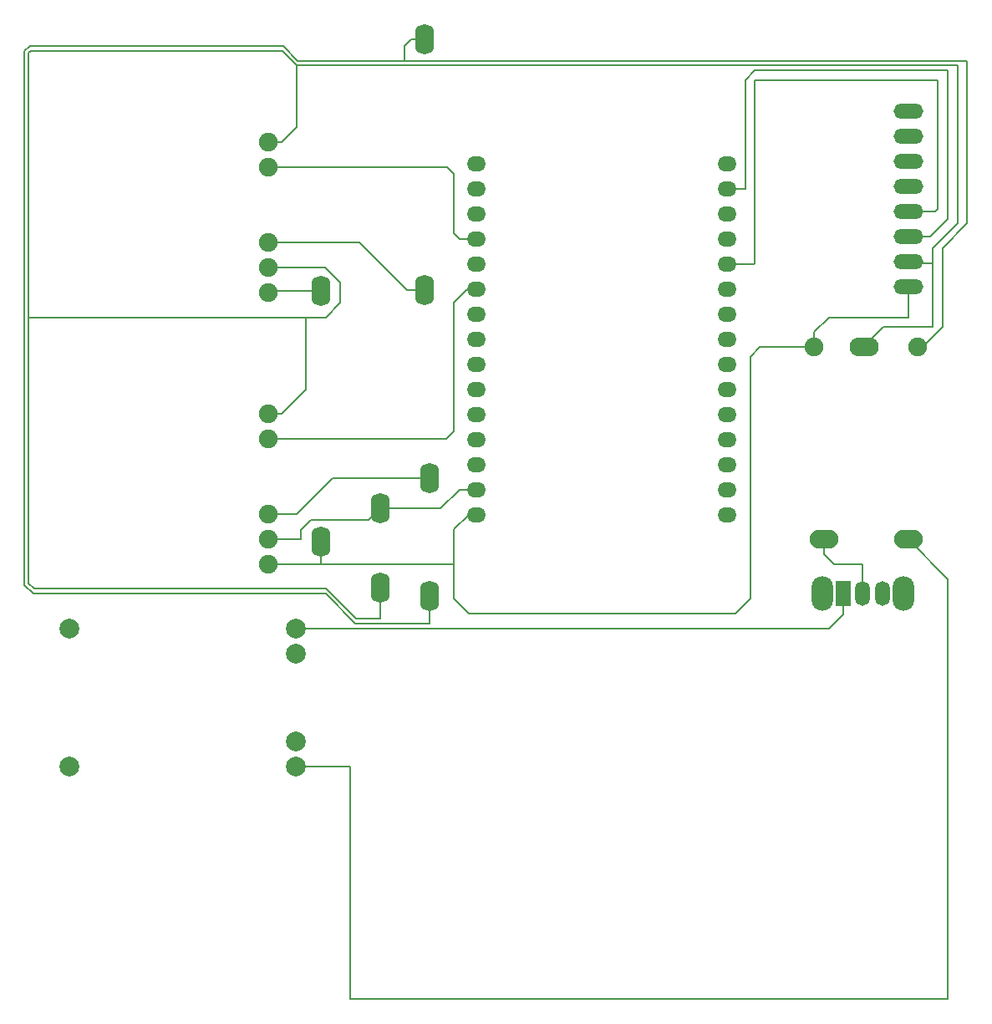
<source format=gbr>
%TF.GenerationSoftware,KiCad,Pcbnew,9.0.1*%
%TF.CreationDate,2025-05-14T15:59:23+08:00*%
%TF.ProjectId,emgPCB,656d6750-4342-42e6-9b69-6361645f7063,rev?*%
%TF.SameCoordinates,Original*%
%TF.FileFunction,Copper,L1,Top*%
%TF.FilePolarity,Positive*%
%FSLAX46Y46*%
G04 Gerber Fmt 4.6, Leading zero omitted, Abs format (unit mm)*
G04 Created by KiCad (PCBNEW 9.0.1) date 2025-05-14 15:59:23*
%MOMM*%
%LPD*%
G01*
G04 APERTURE LIST*
G04 Aperture macros list*
%AMRoundRect*
0 Rectangle with rounded corners*
0 $1 Rounding radius*
0 $2 $3 $4 $5 $6 $7 $8 $9 X,Y pos of 4 corners*
0 Add a 4 corners polygon primitive as box body*
4,1,4,$2,$3,$4,$5,$6,$7,$8,$9,$2,$3,0*
0 Add four circle primitives for the rounded corners*
1,1,$1+$1,$2,$3*
1,1,$1+$1,$4,$5*
1,1,$1+$1,$6,$7*
1,1,$1+$1,$8,$9*
0 Add four rect primitives between the rounded corners*
20,1,$1+$1,$2,$3,$4,$5,0*
20,1,$1+$1,$4,$5,$6,$7,0*
20,1,$1+$1,$6,$7,$8,$9,0*
20,1,$1+$1,$8,$9,$2,$3,0*%
G04 Aperture macros list end*
%TA.AperFunction,ComponentPad*%
%ADD10RoundRect,0.799900X0.150100X-0.700100X0.150100X0.700100X-0.150100X0.700100X-0.150100X-0.700100X0*%
%TD*%
%TA.AperFunction,ComponentPad*%
%ADD11RoundRect,0.799900X-0.150100X0.700100X-0.150100X-0.700100X0.150100X-0.700100X0.150100X0.700100X0*%
%TD*%
%TA.AperFunction,ComponentPad*%
%ADD12O,1.900000X1.524000*%
%TD*%
%TA.AperFunction,ComponentPad*%
%ADD13O,2.200000X3.500000*%
%TD*%
%TA.AperFunction,ComponentPad*%
%ADD14R,1.500000X2.500000*%
%TD*%
%TA.AperFunction,ComponentPad*%
%ADD15O,1.500000X2.500000*%
%TD*%
%TA.AperFunction,ComponentPad*%
%ADD16O,2.905000X1.905000*%
%TD*%
%TA.AperFunction,ComponentPad*%
%ADD17C,1.905000*%
%TD*%
%TA.AperFunction,ComponentPad*%
%ADD18O,2.952500X1.905000*%
%TD*%
%TA.AperFunction,ComponentPad*%
%ADD19C,2.000000*%
%TD*%
%TA.AperFunction,ComponentPad*%
%ADD20O,3.000000X1.500000*%
%TD*%
%TA.AperFunction,Conductor*%
%ADD21C,0.200000*%
%TD*%
G04 APERTURE END LIST*
D10*
%TO.P,R4,2*%
%TO.N,Net-(BC1-VOUT-)*%
X140000000Y-50300000D03*
%TO.P,R4,1*%
%TO.N,Net-(EMG_v2--Vs)*%
X140000000Y-75700000D03*
%TD*%
D11*
%TO.P,R3,1*%
%TO.N,Net-(EMG_v2-+Vs)*%
X129500000Y-75800000D03*
%TO.P,R3,2*%
%TO.N,Net-(BC1-VOUT+)*%
X129500000Y-101200000D03*
%TD*%
%TO.P,R1,1*%
%TO.N,Net-(EMG_v1--Vs)*%
X140500000Y-94785000D03*
%TO.P,R1,2*%
%TO.N,Net-(BC1-VOUT-)*%
X140500000Y-106723000D03*
%TD*%
D10*
%TO.P,R2,1*%
%TO.N,Net-(BC1-GND)*%
X135519500Y-105853000D03*
%TO.P,R2,2*%
%TO.N,Net-(EMG_v1-GND-Pad1)*%
X135519500Y-97853000D03*
%TD*%
D12*
%TO.P,U1,1,VIN*%
%TO.N,Net-(BC1-VOUT+)*%
X145252460Y-98500000D03*
%TO.P,U1,16,3.3v*%
%TO.N,unconnected-(U1-3.3v-Pad16)*%
X170652460Y-98500000D03*
%TO.P,U1,2,GND*%
%TO.N,Net-(EMG_v1-GND-Pad1)*%
X145252460Y-95960000D03*
%TO.P,U1,17,GND*%
%TO.N,unconnected-(U1-GND-Pad17)*%
X170652460Y-95960000D03*
%TO.P,U1,3,GPIO13*%
%TO.N,unconnected-(U1-GPIO13-Pad3)*%
X145252460Y-93420000D03*
%TO.P,U1,18,GPIO15*%
%TO.N,unconnected-(U1-GPIO15-Pad18)*%
X170652460Y-93420000D03*
%TO.P,U1,4,GPIO12*%
%TO.N,unconnected-(U1-GPIO12-Pad4)*%
X145252460Y-90880000D03*
%TO.P,U1,19,GPIO2*%
%TO.N,unconnected-(U1-GPIO2-Pad19)*%
X170652460Y-90880000D03*
%TO.P,U1,5,GPIO14*%
%TO.N,unconnected-(U1-GPIO14-Pad5)*%
X145252460Y-88340000D03*
%TO.P,U1,20,GPIO4*%
%TO.N,unconnected-(U1-GPIO4-Pad20)*%
X170652460Y-88340000D03*
%TO.P,U1,6,GPIO27*%
%TO.N,unconnected-(U1-GPIO27-Pad6)*%
X145252460Y-85800000D03*
%TO.P,U1,21,GPIO16*%
%TO.N,unconnected-(U1-GPIO16-Pad21)*%
X170652460Y-85800000D03*
%TO.P,U1,7,GPIO26*%
%TO.N,unconnected-(U1-GPIO26-Pad7)*%
X145252460Y-83260000D03*
%TO.P,U1,22,GPIO17*%
%TO.N,unconnected-(U1-GPIO17-Pad22)*%
X170652460Y-83260000D03*
%TO.P,U1,8,GPIO25*%
%TO.N,unconnected-(U1-GPIO25-Pad8)*%
X145252460Y-80720000D03*
%TO.P,U1,23,GPIO5*%
%TO.N,unconnected-(U1-GPIO5-Pad23)*%
X170652460Y-80720000D03*
%TO.P,U1,9,GPIO33*%
%TO.N,unconnected-(U1-GPIO33-Pad9)*%
X145252460Y-78180000D03*
%TO.P,U1,24,GPIO18*%
%TO.N,unconnected-(U1-GPIO18-Pad24)*%
X170652460Y-78180000D03*
%TO.P,U1,10,GPIO32*%
%TO.N,Net-(EMG_v1-SIG)*%
X145252460Y-75640000D03*
%TO.P,U1,25,GPIO19*%
%TO.N,unconnected-(U1-GPIO19-Pad25)*%
X170652460Y-75640000D03*
%TO.P,U1,11,GPIO35*%
%TO.N,unconnected-(U1-GPIO35-Pad11)*%
X145252460Y-73100000D03*
%TO.P,U1,26,GPIO21*%
%TO.N,Net-(U1-GPIO21)*%
X170652460Y-73100000D03*
%TO.P,U1,12,GPIO34*%
%TO.N,Net-(EMG_v2-SIG)*%
X145252460Y-70560000D03*
%TO.P,U1,27,GPIO3*%
%TO.N,unconnected-(U1-GPIO3-Pad27)*%
X170652460Y-70560000D03*
%TO.P,U1,13,GPIO39*%
%TO.N,unconnected-(U1-GPIO39-Pad13)*%
X145252460Y-68020000D03*
%TO.P,U1,28,GPIO1*%
%TO.N,unconnected-(U1-GPIO1-Pad28)*%
X170652460Y-68020000D03*
%TO.P,U1,14,GPIO36*%
%TO.N,unconnected-(U1-GPIO36-Pad14)*%
X145252460Y-65480000D03*
%TO.P,U1,29,GPIO22*%
%TO.N,Net-(U1-GPIO22)*%
X170652460Y-65480000D03*
%TO.P,U1,15,EN*%
%TO.N,unconnected-(U1-EN-Pad15)*%
X145252460Y-62940000D03*
%TO.P,U1,30,GPIO23*%
%TO.N,unconnected-(U1-GPIO23-Pad30)*%
X170652460Y-62940000D03*
%TD*%
D13*
%TO.P,SW1,*%
%TO.N,*%
X180300000Y-106500000D03*
X188500000Y-106500000D03*
D14*
%TO.P,SW1,1,A*%
%TO.N,Net-(SW1A-A)*%
X182400000Y-106500000D03*
D15*
%TO.P,SW1,2,B*%
%TO.N,Net-(BC1-VIN+)*%
X184400000Y-106500000D03*
%TO.P,SW1,3*%
%TO.N,N/C*%
X186400000Y-106500000D03*
%TD*%
D16*
%TO.P,BC1,1,VIN+*%
%TO.N,Net-(BC1-VIN+)*%
X180500000Y-101000000D03*
%TO.P,BC1,2,VIN-*%
%TO.N,Net-(BC1-VIN-)*%
X189000000Y-101000000D03*
D17*
%TO.P,BC1,3,VOUT+*%
%TO.N,Net-(BC1-VOUT+)*%
X179500000Y-81500000D03*
%TO.P,BC1,4,VOUT-*%
%TO.N,Net-(BC1-VOUT-)*%
X190000000Y-81500000D03*
D18*
%TO.P,BC1,5,GND*%
%TO.N,Net-(BC1-GND)*%
X184523750Y-81500000D03*
%TD*%
D17*
%TO.P,EMG_v2,1,GND*%
%TO.N,Net-(EMG_v1-GND-Pad1)*%
X124200500Y-60759800D03*
%TO.P,EMG_v2,2,SIG*%
%TO.N,Net-(EMG_v2-SIG)*%
X124200500Y-63299800D03*
%TO.P,EMG_v2,3,-Vs*%
%TO.N,Net-(EMG_v2--Vs)*%
X124200500Y-70919800D03*
%TO.P,EMG_v2,4,GND*%
%TO.N,Net-(EMG_v1-GND-Pad1)*%
X124200500Y-73459800D03*
%TO.P,EMG_v2,5,+Vs*%
%TO.N,Net-(EMG_v2-+Vs)*%
X124200500Y-75999800D03*
%TD*%
%TO.P,EMG_v1,1,GND*%
%TO.N,Net-(EMG_v1-GND-Pad1)*%
X124200500Y-88259800D03*
%TO.P,EMG_v1,2,SIG*%
%TO.N,Net-(EMG_v1-SIG)*%
X124200500Y-90799800D03*
%TO.P,EMG_v1,3,-Vs*%
%TO.N,Net-(EMG_v1--Vs)*%
X124200500Y-98419800D03*
%TO.P,EMG_v1,4,GND*%
%TO.N,Net-(EMG_v1-GND-Pad1)*%
X124200500Y-100959800D03*
%TO.P,EMG_v1,5,+Vs*%
%TO.N,Net-(BC1-VOUT+)*%
X124200500Y-103499800D03*
%TD*%
D19*
%TO.P,TP4056_1,4,BAT-*%
%TO.N,Net-(BT1--)*%
X127000000Y-121460000D03*
%TO.P,TP4056_1,3,BAT+*%
%TO.N,Net-(BT1-+)*%
X127000000Y-112540000D03*
%TO.P,TP4056_1,6,OUT-*%
%TO.N,Net-(BC1-VIN-)*%
X127000000Y-124000000D03*
%TO.P,TP4056_1,5,OUT+*%
%TO.N,Net-(SW1A-A)*%
X127000000Y-110000000D03*
%TO.P,TP4056_1,2,IN-*%
%TO.N,unconnected-(TP4056_1-IN--Pad2)*%
X104000000Y-124000000D03*
%TO.P,TP4056_1,1,IN+*%
%TO.N,unconnected-(TP4056_1-IN+-Pad1)*%
X104000000Y-110000000D03*
%TD*%
D20*
%TO.P,ACC1,AD0,AD0*%
%TO.N,unconnected-(ACC1-PadAD0)*%
X189000000Y-60127400D03*
%TO.P,ACC1,GND,GND*%
%TO.N,Net-(BC1-GND)*%
X189000000Y-72827400D03*
%TO.P,ACC1,INT,INT*%
%TO.N,unconnected-(ACC1-PadINT)*%
X189000000Y-57587400D03*
%TO.P,ACC1,SCL,SCL*%
%TO.N,Net-(U1-GPIO22)*%
X189000000Y-70287400D03*
%TO.P,ACC1,SDA,SDA*%
%TO.N,Net-(U1-GPIO21)*%
X189000000Y-67747400D03*
%TO.P,ACC1,VCC,VCC*%
%TO.N,Net-(BC1-VOUT+)*%
X189000000Y-75367400D03*
%TO.P,ACC1,XCL,XCL*%
%TO.N,unconnected-(ACC1-PadXCL)*%
X189000000Y-62667400D03*
%TO.P,ACC1,XDA,XDA*%
%TO.N,unconnected-(ACC1-PadXDA)*%
X189000000Y-65207400D03*
%TD*%
D21*
%TO.N,Net-(EMG_v1-GND-Pad1)*%
X127000000Y-101000000D02*
X126959800Y-100959800D01*
X126959800Y-100959800D02*
X124200500Y-100959800D01*
X127500000Y-101000000D02*
X127000000Y-101000000D01*
X128500000Y-99000000D02*
X127500000Y-100000000D01*
X134372500Y-99000000D02*
X128500000Y-99000000D01*
X127500000Y-100000000D02*
X127500000Y-101000000D01*
X135519500Y-97853000D02*
X134372500Y-99000000D01*
%TO.N,Net-(BC1-VOUT-)*%
X195000000Y-69000000D02*
X195000000Y-52500000D01*
X192500000Y-71500000D02*
X195000000Y-69000000D01*
X192500000Y-79500000D02*
X192500000Y-71500000D01*
X190500000Y-81500000D02*
X192500000Y-79500000D01*
X190000000Y-81500000D02*
X190500000Y-81500000D01*
X195000000Y-52500000D02*
X138000000Y-52500000D01*
%TO.N,Net-(BC1-VOUT+)*%
X174000000Y-81500000D02*
X179500000Y-81500000D01*
X179500000Y-80000000D02*
X179500000Y-81500000D01*
X181000000Y-78500000D02*
X179500000Y-80000000D01*
X189000000Y-78500000D02*
X181000000Y-78500000D01*
X189000000Y-75367400D02*
X189000000Y-78500000D01*
%TO.N,Net-(BC1-GND)*%
X186500000Y-79500000D02*
X184500000Y-81500000D01*
X191500000Y-79500000D02*
X186500000Y-79500000D01*
%TO.N,Net-(BC1-VIN+)*%
X180500000Y-102500000D02*
X180500000Y-101000000D01*
X181500000Y-103500000D02*
X180500000Y-102500000D01*
X184400000Y-103500000D02*
X181500000Y-103500000D01*
%TO.N,Net-(BC1-VIN-)*%
X193000000Y-147500000D02*
X193000000Y-105000000D01*
X132500000Y-124000000D02*
X132500000Y-147500000D01*
X132500000Y-147500000D02*
X193000000Y-147500000D01*
X126500000Y-124000000D02*
X132500000Y-124000000D01*
X193000000Y-105000000D02*
X189000000Y-101000000D01*
%TO.N,Net-(BC1-GND)*%
X135519500Y-108480500D02*
X135500000Y-108500000D01*
X135519500Y-105853000D02*
X135519500Y-108480500D01*
X133067100Y-109000000D02*
X130067100Y-106000000D01*
X135500000Y-109000000D02*
X133067100Y-109000000D01*
X130067100Y-106000000D02*
X100457664Y-106000000D01*
X135500000Y-108500000D02*
X135500000Y-109000000D01*
X100457664Y-106000000D02*
X99899500Y-105441836D01*
X99899500Y-105441836D02*
X99899500Y-78500000D01*
%TO.N,Net-(EMG_v1-GND-Pad1)*%
X143540000Y-95960000D02*
X145252460Y-95960000D01*
X141647000Y-97853000D02*
X143540000Y-95960000D01*
X135519500Y-97853000D02*
X141647000Y-97853000D01*
%TO.N,Net-(BC1-VOUT-)*%
X138000000Y-51000000D02*
X138000000Y-52500000D01*
X138000000Y-52500000D02*
X127167600Y-52500000D01*
X138700000Y-50300000D02*
X138000000Y-51000000D01*
X140000000Y-50300000D02*
X138700000Y-50300000D01*
%TO.N,Net-(BC1-GND)*%
X128000000Y-85807338D02*
X128000000Y-78500000D01*
X125547538Y-88259800D02*
X128000000Y-85807338D01*
X128000000Y-78500000D02*
X99899500Y-78500000D01*
X124200500Y-88259800D02*
X125547538Y-88259800D01*
X130000000Y-78500000D02*
X128000000Y-78500000D01*
X131500000Y-77000000D02*
X130000000Y-78500000D01*
X131500000Y-75000000D02*
X131500000Y-77000000D01*
X129959800Y-73459800D02*
X131500000Y-75000000D01*
X124200500Y-73459800D02*
X129959800Y-73459800D01*
%TO.N,Net-(EMG_v2--Vs)*%
X138200000Y-75700000D02*
X133419800Y-70919800D01*
X140000000Y-75700000D02*
X138200000Y-75700000D01*
X133419800Y-70919800D02*
X124200500Y-70919800D01*
%TO.N,Net-(EMG_v2-+Vs)*%
X124400300Y-75800000D02*
X124200500Y-75999800D01*
X129500000Y-75800000D02*
X124400300Y-75800000D01*
%TO.N,Net-(BC1-VOUT+)*%
X129500000Y-101200000D02*
X129500000Y-103499800D01*
X129500000Y-103499800D02*
X142999800Y-103499800D01*
%TO.N,Net-(BC1-VOUT-)*%
X140500000Y-109500000D02*
X140500000Y-106723000D01*
X133000000Y-109500000D02*
X140500000Y-109500000D01*
X130000000Y-106500000D02*
X133000000Y-109500000D01*
X100390564Y-106500000D02*
X130000000Y-106500000D01*
X99498500Y-105607936D02*
X100390564Y-106500000D01*
X99498500Y-51534900D02*
X99498500Y-105607936D01*
X125667600Y-51000000D02*
X100033400Y-51000000D01*
X127167600Y-52500000D02*
X125667600Y-51000000D01*
X100033400Y-51000000D02*
X99498500Y-51534900D01*
%TO.N,Net-(BC1-GND)*%
X191500000Y-71500000D02*
X194000000Y-69000000D01*
X194000000Y-69000000D02*
X194000000Y-53000000D01*
X191500000Y-79500000D02*
X191500000Y-71500000D01*
X194000000Y-53000000D02*
X127100500Y-53000000D01*
%TO.N,Net-(EMG_v1-SIG)*%
X144360000Y-75640000D02*
X145252460Y-75640000D01*
X143000000Y-90000000D02*
X143000000Y-77000000D01*
X142200200Y-90799800D02*
X143000000Y-90000000D01*
X143000000Y-77000000D02*
X144360000Y-75640000D01*
X125100000Y-90799800D02*
X142200200Y-90799800D01*
%TO.N,Net-(EMG_v2-SIG)*%
X143000000Y-64000000D02*
X143000000Y-70000000D01*
X142299800Y-63299800D02*
X143000000Y-64000000D01*
X125100000Y-63299800D02*
X142299800Y-63299800D01*
X143000000Y-70000000D02*
X143560000Y-70560000D01*
X143560000Y-70560000D02*
X145252460Y-70560000D01*
%TO.N,Net-(BC1-VOUT+)*%
X142999800Y-103499800D02*
X143000000Y-103500000D01*
X143000000Y-103500000D02*
X143000000Y-99978460D01*
X125100000Y-103499800D02*
X129500000Y-103499800D01*
X144478460Y-98500000D02*
X145252460Y-98500000D01*
X143000000Y-99978460D02*
X144478460Y-98500000D01*
X143000000Y-107000000D02*
X143000000Y-103500000D01*
X144500000Y-108500000D02*
X143000000Y-107000000D01*
X171500000Y-108500000D02*
X144500000Y-108500000D01*
X173000000Y-107000000D02*
X171500000Y-108500000D01*
X173000000Y-82500000D02*
X173000000Y-107000000D01*
X174000000Y-81500000D02*
X173000000Y-82500000D01*
%TO.N,Net-(U1-GPIO21)*%
X173400000Y-73100000D02*
X170652460Y-73100000D01*
%TO.N,Net-(U1-GPIO22)*%
X172480000Y-65480000D02*
X170652460Y-65480000D01*
%TO.N,Net-(BC1-GND)*%
X99899500Y-51701000D02*
X99899500Y-78500000D01*
X125600500Y-51500000D02*
X100100500Y-51500000D01*
X100100500Y-51500000D02*
X99899500Y-51701000D01*
X127100500Y-53000000D02*
X125600500Y-51500000D01*
X127100500Y-59206838D02*
X127100500Y-53000000D01*
X125547538Y-60759800D02*
X127100500Y-59206838D01*
X124200500Y-60759800D02*
X125547538Y-60759800D01*
%TO.N,Net-(BC1-VIN+)*%
X180400000Y-101100000D02*
X180500000Y-101000000D01*
X184400000Y-106500000D02*
X184400000Y-103500000D01*
%TO.N,Net-(SW1A-A)*%
X181000000Y-110000000D02*
X126500000Y-110000000D01*
X182400000Y-108600000D02*
X181000000Y-110000000D01*
X182400000Y-106500000D02*
X182400000Y-108600000D01*
%TO.N,Net-(U1-GPIO22)*%
X172500000Y-65500000D02*
X172480000Y-65480000D01*
X172500000Y-54500000D02*
X172500000Y-65500000D01*
X173500000Y-53500000D02*
X172500000Y-54500000D01*
X193000000Y-53500000D02*
X173500000Y-53500000D01*
X193000000Y-68500000D02*
X193000000Y-53500000D01*
X191212600Y-70287400D02*
X193000000Y-68500000D01*
X189000000Y-70287400D02*
X191212600Y-70287400D01*
%TO.N,Net-(U1-GPIO21)*%
X173500000Y-73000000D02*
X173400000Y-73100000D01*
X192000000Y-54500000D02*
X173500000Y-54500000D01*
X192000000Y-67500000D02*
X192000000Y-54500000D01*
X173500000Y-54500000D02*
X173500000Y-73000000D01*
X191752600Y-67747400D02*
X192000000Y-67500000D01*
X189000000Y-67747400D02*
X191752600Y-67747400D01*
%TO.N,Net-(BC1-GND)*%
X191500000Y-73000000D02*
X189172600Y-73000000D01*
X191500000Y-79500000D02*
X191500000Y-73000000D01*
%TO.N,Net-(BT1-+)*%
X127040000Y-112500000D02*
X127000000Y-112540000D01*
%TO.N,Net-(EMG_v1--Vs)*%
X140500000Y-94785000D02*
X130715000Y-94785000D01*
X130715000Y-94785000D02*
X127080200Y-98419800D01*
X127080200Y-98419800D02*
X124200500Y-98419800D01*
%TD*%
M02*

</source>
